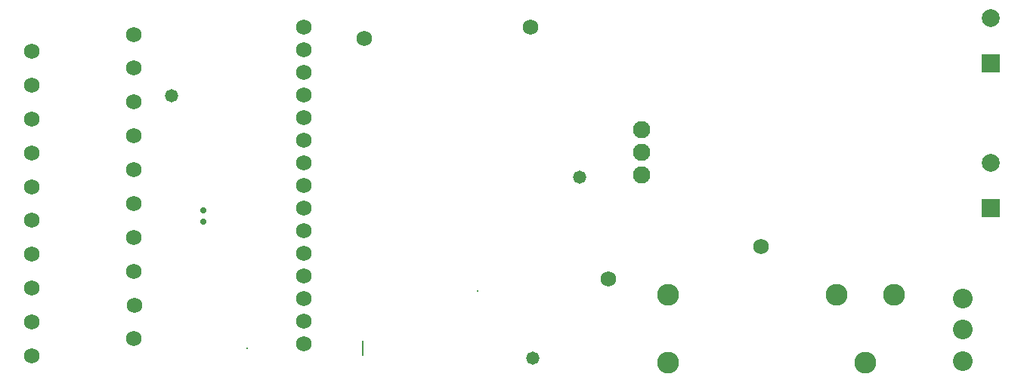
<source format=gbs>
G04*
G04 #@! TF.GenerationSoftware,Altium Limited,Altium Designer,21.7.2 (23)*
G04*
G04 Layer_Color=16711935*
%FSLAX25Y25*%
%MOIN*%
G70*
G04*
G04 #@! TF.SameCoordinates,A3CC0EF7-59E5-4A17-9AAF-691C48D25572*
G04*
G04*
G04 #@! TF.FilePolarity,Negative*
G04*
G01*
G75*
%ADD25C,0.07690*%
%ADD26C,0.06800*%
%ADD27R,0.07887X0.07887*%
%ADD28C,0.07887*%
%ADD29C,0.08674*%
%ADD30C,0.00800*%
%ADD31O,0.00800X0.06800*%
%ADD32C,0.09658*%
%ADD33C,0.05800*%
%ADD34C,0.02800*%
D25*
X277500Y95500D02*
D03*
Y105500D02*
D03*
Y115500D02*
D03*
D26*
X228500Y161000D02*
D03*
X155000Y156000D02*
D03*
X330000Y64000D02*
D03*
X128500Y161000D02*
D03*
Y151000D02*
D03*
Y141000D02*
D03*
Y21000D02*
D03*
Y31000D02*
D03*
Y41000D02*
D03*
Y51000D02*
D03*
Y61000D02*
D03*
Y71000D02*
D03*
Y81000D02*
D03*
Y91000D02*
D03*
Y101000D02*
D03*
Y111000D02*
D03*
Y121000D02*
D03*
Y131000D02*
D03*
X8500Y15657D02*
D03*
Y30618D02*
D03*
Y45579D02*
D03*
Y60539D02*
D03*
Y75500D02*
D03*
Y90461D02*
D03*
Y105421D02*
D03*
Y120382D02*
D03*
Y135343D02*
D03*
X53382Y23138D02*
D03*
X53594Y38098D02*
D03*
X53382Y53059D02*
D03*
Y68020D02*
D03*
Y82980D02*
D03*
Y97941D02*
D03*
Y112902D02*
D03*
Y127862D02*
D03*
X8500Y150303D02*
D03*
X53382Y142823D02*
D03*
Y157783D02*
D03*
X262588Y49637D02*
D03*
D27*
X431500Y145000D02*
D03*
Y81000D02*
D03*
D28*
Y165000D02*
D03*
Y101000D02*
D03*
D29*
X419000Y13441D02*
D03*
Y27220D02*
D03*
Y41000D02*
D03*
D30*
X103319Y19134D02*
D03*
X205025Y44408D02*
D03*
D31*
X154500Y19134D02*
D03*
D32*
X289090Y42500D02*
D03*
X363500D02*
D03*
X388697D02*
D03*
X376098Y12500D02*
D03*
X289090D02*
D03*
D33*
X250000Y94500D02*
D03*
X70000Y130500D02*
D03*
X229500Y14500D02*
D03*
D34*
X84000Y75000D02*
D03*
Y80000D02*
D03*
M02*

</source>
